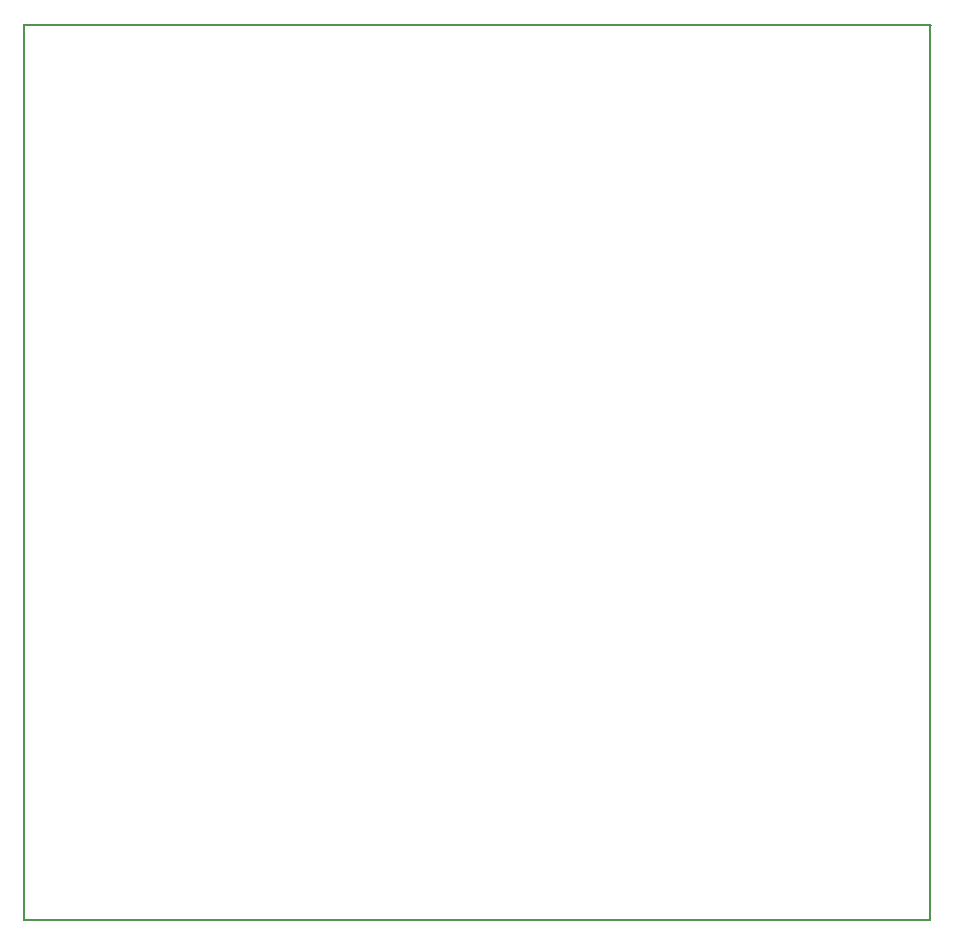
<source format=gbr>
G04 #@! TF.FileFunction,Other,ECO1*
%FSLAX46Y46*%
G04 Gerber Fmt 4.6, Leading zero omitted, Abs format (unit mm)*
G04 Created by KiCad (PCBNEW 4.0.5+dfsg1-4) date Sat Sep 30 20:54:29 2017*
%MOMM*%
%LPD*%
G01*
G04 APERTURE LIST*
%ADD10C,0.100000*%
%ADD11C,0.200000*%
G04 APERTURE END LIST*
D10*
D11*
X107960000Y-56270000D02*
X184710000Y-56270000D01*
X107950000Y-132080000D02*
X107950000Y-56180000D01*
X184660000Y-132080000D02*
X107950000Y-132080000D01*
X184660000Y-56180000D02*
X184660000Y-132080000D01*
M02*

</source>
